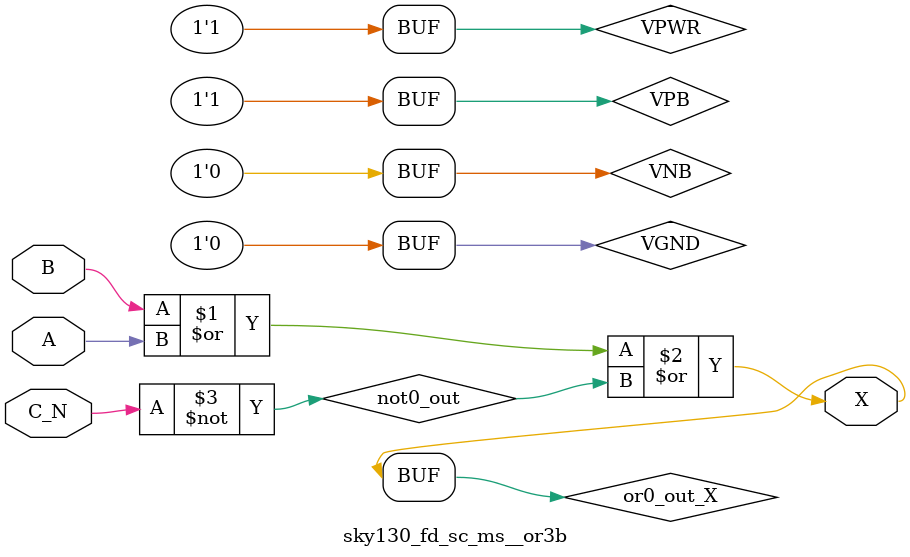
<source format=v>
/*
 * Copyright 2020 The SkyWater PDK Authors
 *
 * Licensed under the Apache License, Version 2.0 (the "License");
 * you may not use this file except in compliance with the License.
 * You may obtain a copy of the License at
 *
 *     https://www.apache.org/licenses/LICENSE-2.0
 *
 * Unless required by applicable law or agreed to in writing, software
 * distributed under the License is distributed on an "AS IS" BASIS,
 * WITHOUT WARRANTIES OR CONDITIONS OF ANY KIND, either express or implied.
 * See the License for the specific language governing permissions and
 * limitations under the License.
 *
 * SPDX-License-Identifier: Apache-2.0
*/


`ifndef SKY130_FD_SC_MS__OR3B_BEHAVIORAL_V
`define SKY130_FD_SC_MS__OR3B_BEHAVIORAL_V

/**
 * or3b: 3-input OR, first input inverted.
 *
 * Verilog simulation functional model.
 */

`timescale 1ns / 1ps
`default_nettype none

`celldefine
module sky130_fd_sc_ms__or3b (
    X  ,
    A  ,
    B  ,
    C_N
);

    // Module ports
    output X  ;
    input  A  ;
    input  B  ;
    input  C_N;

    // Module supplies
    supply1 VPWR;
    supply0 VGND;
    supply1 VPB ;
    supply0 VNB ;

    // Local signals
    wire not0_out ;
    wire or0_out_X;

    //  Name  Output     Other arguments
    not not0 (not0_out , C_N            );
    or  or0  (or0_out_X, B, A, not0_out );
    buf buf0 (X        , or0_out_X      );

endmodule
`endcelldefine

`default_nettype wire
`endif  // SKY130_FD_SC_MS__OR3B_BEHAVIORAL_V
</source>
